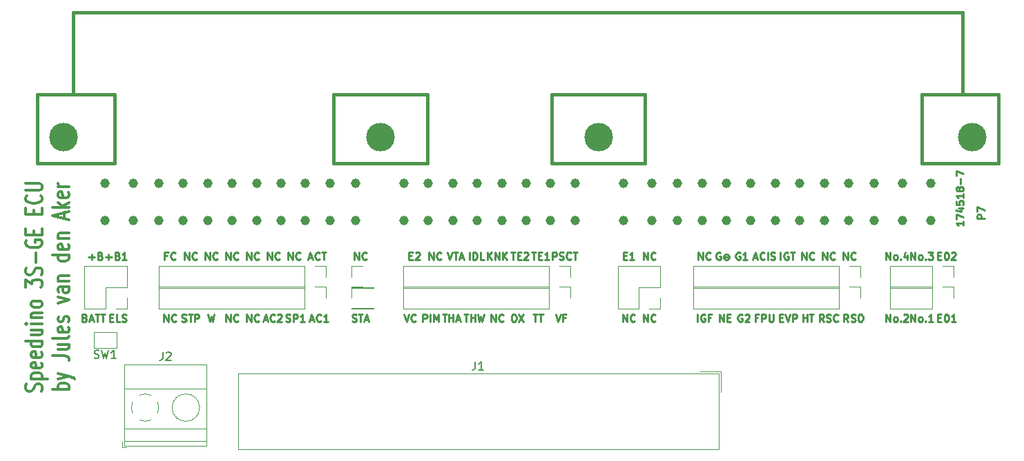
<source format=gto>
G04 #@! TF.GenerationSoftware,KiCad,Pcbnew,(6.0.9)*
G04 #@! TF.CreationDate,2023-01-09T10:20:38+01:00*
G04 #@! TF.ProjectId,Speeduino 1990 Rev2 3SGE ECU adapter 174518-7,53706565-6475-4696-9e6f-203139393020,1*
G04 #@! TF.SameCoordinates,Original*
G04 #@! TF.FileFunction,Legend,Top*
G04 #@! TF.FilePolarity,Positive*
%FSLAX46Y46*%
G04 Gerber Fmt 4.6, Leading zero omitted, Abs format (unit mm)*
G04 Created by KiCad (PCBNEW (6.0.9)) date 2023-01-09 10:20:38*
%MOMM*%
%LPD*%
G01*
G04 APERTURE LIST*
%ADD10C,0.223520*%
%ADD11C,0.304800*%
%ADD12C,0.222250*%
%ADD13C,0.150000*%
%ADD14C,0.120000*%
%ADD15C,0.381000*%
%ADD16C,3.500120*%
%ADD17C,1.150620*%
G04 APERTURE END LIST*
D10*
X91964285Y-70214285D02*
X92092857Y-70257142D01*
X92307142Y-70257142D01*
X92392857Y-70214285D01*
X92435714Y-70171428D01*
X92478571Y-70085714D01*
X92478571Y-70000000D01*
X92435714Y-69914285D01*
X92392857Y-69871428D01*
X92307142Y-69828571D01*
X92135714Y-69785714D01*
X92050000Y-69742857D01*
X92007142Y-69700000D01*
X91964285Y-69614285D01*
X91964285Y-69528571D01*
X92007142Y-69442857D01*
X92050000Y-69400000D01*
X92135714Y-69357142D01*
X92350000Y-69357142D01*
X92478571Y-69400000D01*
X92864285Y-70257142D02*
X92864285Y-69357142D01*
X93207142Y-69357142D01*
X93292857Y-69400000D01*
X93335714Y-69442857D01*
X93378571Y-69528571D01*
X93378571Y-69657142D01*
X93335714Y-69742857D01*
X93292857Y-69785714D01*
X93207142Y-69828571D01*
X92864285Y-69828571D01*
X94235714Y-70257142D02*
X93721428Y-70257142D01*
X93978571Y-70257142D02*
X93978571Y-69357142D01*
X93892857Y-69485714D01*
X93807142Y-69571428D01*
X93721428Y-69614285D01*
X106438000Y-69357142D02*
X106738000Y-70257142D01*
X107038000Y-69357142D01*
X107852285Y-70171428D02*
X107809428Y-70214285D01*
X107680857Y-70257142D01*
X107595142Y-70257142D01*
X107466571Y-70214285D01*
X107380857Y-70128571D01*
X107338000Y-70042857D01*
X107295142Y-69871428D01*
X107295142Y-69742857D01*
X107338000Y-69571428D01*
X107380857Y-69485714D01*
X107466571Y-69400000D01*
X107595142Y-69357142D01*
X107680857Y-69357142D01*
X107809428Y-69400000D01*
X107852285Y-69442857D01*
X119835714Y-69357142D02*
X120007142Y-69357142D01*
X120092857Y-69400000D01*
X120178571Y-69485714D01*
X120221428Y-69657142D01*
X120221428Y-69957142D01*
X120178571Y-70128571D01*
X120092857Y-70214285D01*
X120007142Y-70257142D01*
X119835714Y-70257142D01*
X119750000Y-70214285D01*
X119664285Y-70128571D01*
X119621428Y-69957142D01*
X119621428Y-69657142D01*
X119664285Y-69485714D01*
X119750000Y-69400000D01*
X119835714Y-69357142D01*
X120521428Y-69357142D02*
X121121428Y-70257142D01*
X121121428Y-69357142D02*
X120521428Y-70257142D01*
X113819142Y-69357142D02*
X114333428Y-69357142D01*
X114076285Y-70257142D02*
X114076285Y-69357142D01*
X114633428Y-70257142D02*
X114633428Y-69357142D01*
X114633428Y-69785714D02*
X115147714Y-69785714D01*
X115147714Y-70257142D02*
X115147714Y-69357142D01*
X115490571Y-69357142D02*
X115704857Y-70257142D01*
X115876285Y-69614285D01*
X116047714Y-70257142D01*
X116262000Y-69357142D01*
X122300000Y-69357142D02*
X122814285Y-69357142D01*
X122557142Y-70257142D02*
X122557142Y-69357142D01*
X122985714Y-69357142D02*
X123500000Y-69357142D01*
X123242857Y-70257142D02*
X123242857Y-69357142D01*
X108763714Y-70257142D02*
X108763714Y-69357142D01*
X109106571Y-69357142D01*
X109192285Y-69400000D01*
X109235142Y-69442857D01*
X109278000Y-69528571D01*
X109278000Y-69657142D01*
X109235142Y-69742857D01*
X109192285Y-69785714D01*
X109106571Y-69828571D01*
X108763714Y-69828571D01*
X109663714Y-70257142D02*
X109663714Y-69357142D01*
X110092285Y-70257142D02*
X110092285Y-69357142D01*
X110392285Y-70000000D01*
X110692285Y-69357142D01*
X110692285Y-70257142D01*
X125044285Y-69357142D02*
X125344285Y-70257142D01*
X125644285Y-69357142D01*
X126244285Y-69785714D02*
X125944285Y-69785714D01*
X125944285Y-70257142D02*
X125944285Y-69357142D01*
X126372857Y-69357142D01*
X117148857Y-70257142D02*
X117148857Y-69357142D01*
X117663142Y-70257142D01*
X117663142Y-69357142D01*
X118606000Y-70171428D02*
X118563142Y-70214285D01*
X118434571Y-70257142D01*
X118348857Y-70257142D01*
X118220285Y-70214285D01*
X118134571Y-70128571D01*
X118091714Y-70042857D01*
X118048857Y-69871428D01*
X118048857Y-69742857D01*
X118091714Y-69571428D01*
X118134571Y-69485714D01*
X118220285Y-69400000D01*
X118348857Y-69357142D01*
X118434571Y-69357142D01*
X118563142Y-69400000D01*
X118606000Y-69442857D01*
X111153714Y-69357142D02*
X111668000Y-69357142D01*
X111410857Y-70257142D02*
X111410857Y-69357142D01*
X111968000Y-70257142D02*
X111968000Y-69357142D01*
X111968000Y-69785714D02*
X112482285Y-69785714D01*
X112482285Y-70257142D02*
X112482285Y-69357142D01*
X112868000Y-70000000D02*
X113296571Y-70000000D01*
X112782285Y-70257142D02*
X113082285Y-69357142D01*
X113382285Y-70257142D01*
X135817857Y-70257142D02*
X135817857Y-69357142D01*
X136332142Y-70257142D01*
X136332142Y-69357142D01*
X137275000Y-70171428D02*
X137232142Y-70214285D01*
X137103571Y-70257142D01*
X137017857Y-70257142D01*
X136889285Y-70214285D01*
X136803571Y-70128571D01*
X136760714Y-70042857D01*
X136717857Y-69871428D01*
X136717857Y-69742857D01*
X136760714Y-69571428D01*
X136803571Y-69485714D01*
X136889285Y-69400000D01*
X137017857Y-69357142D01*
X137103571Y-69357142D01*
X137232142Y-69400000D01*
X137275000Y-69442857D01*
X133277857Y-70257142D02*
X133277857Y-69357142D01*
X133792142Y-70257142D01*
X133792142Y-69357142D01*
X134735000Y-70171428D02*
X134692142Y-70214285D01*
X134563571Y-70257142D01*
X134477857Y-70257142D01*
X134349285Y-70214285D01*
X134263571Y-70128571D01*
X134220714Y-70042857D01*
X134177857Y-69871428D01*
X134177857Y-69742857D01*
X134220714Y-69571428D01*
X134263571Y-69485714D01*
X134349285Y-69400000D01*
X134477857Y-69357142D01*
X134563571Y-69357142D01*
X134692142Y-69400000D01*
X134735000Y-69442857D01*
X142420285Y-70257142D02*
X142420285Y-69357142D01*
X143320285Y-69400000D02*
X143234571Y-69357142D01*
X143106000Y-69357142D01*
X142977428Y-69400000D01*
X142891714Y-69485714D01*
X142848857Y-69571428D01*
X142806000Y-69742857D01*
X142806000Y-69871428D01*
X142848857Y-70042857D01*
X142891714Y-70128571D01*
X142977428Y-70214285D01*
X143106000Y-70257142D01*
X143191714Y-70257142D01*
X143320285Y-70214285D01*
X143363142Y-70171428D01*
X143363142Y-69871428D01*
X143191714Y-69871428D01*
X144048857Y-69785714D02*
X143748857Y-69785714D01*
X143748857Y-70257142D02*
X143748857Y-69357142D01*
X144177428Y-69357142D01*
X142548857Y-62637142D02*
X142548857Y-61737142D01*
X143063142Y-62637142D01*
X143063142Y-61737142D01*
X144006000Y-62551428D02*
X143963142Y-62594285D01*
X143834571Y-62637142D01*
X143748857Y-62637142D01*
X143620285Y-62594285D01*
X143534571Y-62508571D01*
X143491714Y-62422857D01*
X143448857Y-62251428D01*
X143448857Y-62122857D01*
X143491714Y-61951428D01*
X143534571Y-61865714D01*
X143620285Y-61780000D01*
X143748857Y-61737142D01*
X143834571Y-61737142D01*
X143963142Y-61780000D01*
X144006000Y-61822857D01*
X155248857Y-62637142D02*
X155248857Y-61737142D01*
X155763142Y-62637142D01*
X155763142Y-61737142D01*
X156706000Y-62551428D02*
X156663142Y-62594285D01*
X156534571Y-62637142D01*
X156448857Y-62637142D01*
X156320285Y-62594285D01*
X156234571Y-62508571D01*
X156191714Y-62422857D01*
X156148857Y-62251428D01*
X156148857Y-62122857D01*
X156191714Y-61951428D01*
X156234571Y-61865714D01*
X156320285Y-61780000D01*
X156448857Y-61737142D01*
X156534571Y-61737142D01*
X156663142Y-61780000D01*
X156706000Y-61822857D01*
X147635142Y-61780000D02*
X147549428Y-61737142D01*
X147420857Y-61737142D01*
X147292285Y-61780000D01*
X147206571Y-61865714D01*
X147163714Y-61951428D01*
X147120857Y-62122857D01*
X147120857Y-62251428D01*
X147163714Y-62422857D01*
X147206571Y-62508571D01*
X147292285Y-62594285D01*
X147420857Y-62637142D01*
X147506571Y-62637142D01*
X147635142Y-62594285D01*
X147678000Y-62551428D01*
X147678000Y-62251428D01*
X147506571Y-62251428D01*
X148535142Y-62637142D02*
X148020857Y-62637142D01*
X148278000Y-62637142D02*
X148278000Y-61737142D01*
X148192285Y-61865714D01*
X148106571Y-61951428D01*
X148020857Y-61994285D01*
X160922571Y-70257142D02*
X160622571Y-69828571D01*
X160408285Y-70257142D02*
X160408285Y-69357142D01*
X160751142Y-69357142D01*
X160836857Y-69400000D01*
X160879714Y-69442857D01*
X160922571Y-69528571D01*
X160922571Y-69657142D01*
X160879714Y-69742857D01*
X160836857Y-69785714D01*
X160751142Y-69828571D01*
X160408285Y-69828571D01*
X161265428Y-70214285D02*
X161394000Y-70257142D01*
X161608285Y-70257142D01*
X161694000Y-70214285D01*
X161736857Y-70171428D01*
X161779714Y-70085714D01*
X161779714Y-70000000D01*
X161736857Y-69914285D01*
X161694000Y-69871428D01*
X161608285Y-69828571D01*
X161436857Y-69785714D01*
X161351142Y-69742857D01*
X161308285Y-69700000D01*
X161265428Y-69614285D01*
X161265428Y-69528571D01*
X161308285Y-69442857D01*
X161351142Y-69400000D01*
X161436857Y-69357142D01*
X161651142Y-69357142D01*
X161779714Y-69400000D01*
X162336857Y-69357142D02*
X162508285Y-69357142D01*
X162594000Y-69400000D01*
X162679714Y-69485714D01*
X162722571Y-69657142D01*
X162722571Y-69957142D01*
X162679714Y-70128571D01*
X162594000Y-70214285D01*
X162508285Y-70257142D01*
X162336857Y-70257142D01*
X162251142Y-70214285D01*
X162165428Y-70128571D01*
X162122571Y-69957142D01*
X162122571Y-69657142D01*
X162165428Y-69485714D01*
X162251142Y-69400000D01*
X162336857Y-69357142D01*
X145220571Y-61780000D02*
X145134857Y-61737142D01*
X145006285Y-61737142D01*
X144877714Y-61780000D01*
X144792000Y-61865714D01*
X144749142Y-61951428D01*
X144706285Y-62122857D01*
X144706285Y-62251428D01*
X144749142Y-62422857D01*
X144792000Y-62508571D01*
X144877714Y-62594285D01*
X145006285Y-62637142D01*
X145092000Y-62637142D01*
X145220571Y-62594285D01*
X145263428Y-62551428D01*
X145263428Y-62251428D01*
X145092000Y-62251428D01*
X145906285Y-61951428D02*
X146077714Y-61951428D01*
X146249142Y-62037142D01*
X146334857Y-62208571D01*
X146334857Y-62380000D01*
X146249142Y-62551428D01*
X146077714Y-62637142D01*
X145906285Y-62637142D01*
X145734857Y-62551428D01*
X145649142Y-62380000D01*
X145649142Y-62208571D01*
X145734857Y-62037142D01*
X145906285Y-61951428D01*
X145820571Y-62294285D02*
X146163428Y-62294285D01*
X157788857Y-62637142D02*
X157788857Y-61737142D01*
X158303142Y-62637142D01*
X158303142Y-61737142D01*
X159246000Y-62551428D02*
X159203142Y-62594285D01*
X159074571Y-62637142D01*
X158988857Y-62637142D01*
X158860285Y-62594285D01*
X158774571Y-62508571D01*
X158731714Y-62422857D01*
X158688857Y-62251428D01*
X158688857Y-62122857D01*
X158731714Y-61951428D01*
X158774571Y-61865714D01*
X158860285Y-61780000D01*
X158988857Y-61737142D01*
X159074571Y-61737142D01*
X159203142Y-61780000D01*
X159246000Y-61822857D01*
X152521428Y-69785714D02*
X152821428Y-69785714D01*
X152950000Y-70257142D02*
X152521428Y-70257142D01*
X152521428Y-69357142D01*
X152950000Y-69357142D01*
X153207142Y-69357142D02*
X153507142Y-70257142D01*
X153807142Y-69357142D01*
X154107142Y-70257142D02*
X154107142Y-69357142D01*
X154450000Y-69357142D01*
X154535714Y-69400000D01*
X154578571Y-69442857D01*
X154621428Y-69528571D01*
X154621428Y-69657142D01*
X154578571Y-69742857D01*
X154535714Y-69785714D01*
X154450000Y-69828571D01*
X154107142Y-69828571D01*
X152623142Y-62637142D02*
X152623142Y-61737142D01*
X153523142Y-61780000D02*
X153437428Y-61737142D01*
X153308857Y-61737142D01*
X153180285Y-61780000D01*
X153094571Y-61865714D01*
X153051714Y-61951428D01*
X153008857Y-62122857D01*
X153008857Y-62251428D01*
X153051714Y-62422857D01*
X153094571Y-62508571D01*
X153180285Y-62594285D01*
X153308857Y-62637142D01*
X153394571Y-62637142D01*
X153523142Y-62594285D01*
X153566000Y-62551428D01*
X153566000Y-62251428D01*
X153394571Y-62251428D01*
X153823142Y-61737142D02*
X154337428Y-61737142D01*
X154080285Y-62637142D02*
X154080285Y-61737142D01*
X149314857Y-62380000D02*
X149743428Y-62380000D01*
X149229142Y-62637142D02*
X149529142Y-61737142D01*
X149829142Y-62637142D01*
X150643428Y-62551428D02*
X150600571Y-62594285D01*
X150472000Y-62637142D01*
X150386285Y-62637142D01*
X150257714Y-62594285D01*
X150172000Y-62508571D01*
X150129142Y-62422857D01*
X150086285Y-62251428D01*
X150086285Y-62122857D01*
X150129142Y-61951428D01*
X150172000Y-61865714D01*
X150257714Y-61780000D01*
X150386285Y-61737142D01*
X150472000Y-61737142D01*
X150600571Y-61780000D01*
X150643428Y-61822857D01*
X151029142Y-62637142D02*
X151029142Y-61737142D01*
X151414857Y-62594285D02*
X151543428Y-62637142D01*
X151757714Y-62637142D01*
X151843428Y-62594285D01*
X151886285Y-62551428D01*
X151929142Y-62465714D01*
X151929142Y-62380000D01*
X151886285Y-62294285D01*
X151843428Y-62251428D01*
X151757714Y-62208571D01*
X151586285Y-62165714D01*
X151500571Y-62122857D01*
X151457714Y-62080000D01*
X151414857Y-61994285D01*
X151414857Y-61908571D01*
X151457714Y-61822857D01*
X151500571Y-61780000D01*
X151586285Y-61737142D01*
X151800571Y-61737142D01*
X151929142Y-61780000D01*
X160328857Y-62637142D02*
X160328857Y-61737142D01*
X160843142Y-62637142D01*
X160843142Y-61737142D01*
X161786000Y-62551428D02*
X161743142Y-62594285D01*
X161614571Y-62637142D01*
X161528857Y-62637142D01*
X161400285Y-62594285D01*
X161314571Y-62508571D01*
X161271714Y-62422857D01*
X161228857Y-62251428D01*
X161228857Y-62122857D01*
X161271714Y-61951428D01*
X161314571Y-61865714D01*
X161400285Y-61780000D01*
X161528857Y-61737142D01*
X161614571Y-61737142D01*
X161743142Y-61780000D01*
X161786000Y-61822857D01*
X155356000Y-70257142D02*
X155356000Y-69357142D01*
X155356000Y-69785714D02*
X155870285Y-69785714D01*
X155870285Y-70257142D02*
X155870285Y-69357142D01*
X156170285Y-69357142D02*
X156684571Y-69357142D01*
X156427428Y-70257142D02*
X156427428Y-69357142D01*
X149829142Y-69785714D02*
X149529142Y-69785714D01*
X149529142Y-70257142D02*
X149529142Y-69357142D01*
X149957714Y-69357142D01*
X150300571Y-70257142D02*
X150300571Y-69357142D01*
X150643428Y-69357142D01*
X150729142Y-69400000D01*
X150772000Y-69442857D01*
X150814857Y-69528571D01*
X150814857Y-69657142D01*
X150772000Y-69742857D01*
X150729142Y-69785714D01*
X150643428Y-69828571D01*
X150300571Y-69828571D01*
X151200571Y-69357142D02*
X151200571Y-70085714D01*
X151243428Y-70171428D01*
X151286285Y-70214285D01*
X151372000Y-70257142D01*
X151543428Y-70257142D01*
X151629142Y-70214285D01*
X151672000Y-70171428D01*
X151714857Y-70085714D01*
X151714857Y-69357142D01*
X147889142Y-69400000D02*
X147803428Y-69357142D01*
X147674857Y-69357142D01*
X147546285Y-69400000D01*
X147460571Y-69485714D01*
X147417714Y-69571428D01*
X147374857Y-69742857D01*
X147374857Y-69871428D01*
X147417714Y-70042857D01*
X147460571Y-70128571D01*
X147546285Y-70214285D01*
X147674857Y-70257142D01*
X147760571Y-70257142D01*
X147889142Y-70214285D01*
X147932000Y-70171428D01*
X147932000Y-69871428D01*
X147760571Y-69871428D01*
X148274857Y-69442857D02*
X148317714Y-69400000D01*
X148403428Y-69357142D01*
X148617714Y-69357142D01*
X148703428Y-69400000D01*
X148746285Y-69442857D01*
X148789142Y-69528571D01*
X148789142Y-69614285D01*
X148746285Y-69742857D01*
X148232000Y-70257142D01*
X148789142Y-70257142D01*
X157896000Y-70257142D02*
X157596000Y-69828571D01*
X157381714Y-70257142D02*
X157381714Y-69357142D01*
X157724571Y-69357142D01*
X157810285Y-69400000D01*
X157853142Y-69442857D01*
X157896000Y-69528571D01*
X157896000Y-69657142D01*
X157853142Y-69742857D01*
X157810285Y-69785714D01*
X157724571Y-69828571D01*
X157381714Y-69828571D01*
X158238857Y-70214285D02*
X158367428Y-70257142D01*
X158581714Y-70257142D01*
X158667428Y-70214285D01*
X158710285Y-70171428D01*
X158753142Y-70085714D01*
X158753142Y-70000000D01*
X158710285Y-69914285D01*
X158667428Y-69871428D01*
X158581714Y-69828571D01*
X158410285Y-69785714D01*
X158324571Y-69742857D01*
X158281714Y-69700000D01*
X158238857Y-69614285D01*
X158238857Y-69528571D01*
X158281714Y-69442857D01*
X158324571Y-69400000D01*
X158410285Y-69357142D01*
X158624571Y-69357142D01*
X158753142Y-69400000D01*
X159653142Y-70171428D02*
X159610285Y-70214285D01*
X159481714Y-70257142D01*
X159396000Y-70257142D01*
X159267428Y-70214285D01*
X159181714Y-70128571D01*
X159138857Y-70042857D01*
X159096000Y-69871428D01*
X159096000Y-69742857D01*
X159138857Y-69571428D01*
X159181714Y-69485714D01*
X159267428Y-69400000D01*
X159396000Y-69357142D01*
X159481714Y-69357142D01*
X159610285Y-69400000D01*
X159653142Y-69442857D01*
X145131714Y-70257142D02*
X145131714Y-69357142D01*
X145646000Y-70257142D01*
X145646000Y-69357142D01*
X146074571Y-69785714D02*
X146374571Y-69785714D01*
X146503142Y-70257142D02*
X146074571Y-70257142D01*
X146074571Y-69357142D01*
X146503142Y-69357142D01*
X165570857Y-70257142D02*
X165570857Y-69357142D01*
X166085142Y-70257142D01*
X166085142Y-69357142D01*
X166642285Y-70257142D02*
X166556571Y-70214285D01*
X166513714Y-70171428D01*
X166470857Y-70085714D01*
X166470857Y-69828571D01*
X166513714Y-69742857D01*
X166556571Y-69700000D01*
X166642285Y-69657142D01*
X166770857Y-69657142D01*
X166856571Y-69700000D01*
X166899428Y-69742857D01*
X166942285Y-69828571D01*
X166942285Y-70085714D01*
X166899428Y-70171428D01*
X166856571Y-70214285D01*
X166770857Y-70257142D01*
X166642285Y-70257142D01*
X167328000Y-70171428D02*
X167370857Y-70214285D01*
X167328000Y-70257142D01*
X167285142Y-70214285D01*
X167328000Y-70171428D01*
X167328000Y-70257142D01*
X167713714Y-69442857D02*
X167756571Y-69400000D01*
X167842285Y-69357142D01*
X168056571Y-69357142D01*
X168142285Y-69400000D01*
X168185142Y-69442857D01*
X168228000Y-69528571D01*
X168228000Y-69614285D01*
X168185142Y-69742857D01*
X167670857Y-70257142D01*
X168228000Y-70257142D01*
X168618857Y-70257142D02*
X168618857Y-69357142D01*
X169133142Y-70257142D01*
X169133142Y-69357142D01*
X169690285Y-70257142D02*
X169604571Y-70214285D01*
X169561714Y-70171428D01*
X169518857Y-70085714D01*
X169518857Y-69828571D01*
X169561714Y-69742857D01*
X169604571Y-69700000D01*
X169690285Y-69657142D01*
X169818857Y-69657142D01*
X169904571Y-69700000D01*
X169947428Y-69742857D01*
X169990285Y-69828571D01*
X169990285Y-70085714D01*
X169947428Y-70171428D01*
X169904571Y-70214285D01*
X169818857Y-70257142D01*
X169690285Y-70257142D01*
X170376000Y-70171428D02*
X170418857Y-70214285D01*
X170376000Y-70257142D01*
X170333142Y-70214285D01*
X170376000Y-70171428D01*
X170376000Y-70257142D01*
X171276000Y-70257142D02*
X170761714Y-70257142D01*
X171018857Y-70257142D02*
X171018857Y-69357142D01*
X170933142Y-69485714D01*
X170847428Y-69571428D01*
X170761714Y-69614285D01*
X171924000Y-62165714D02*
X172224000Y-62165714D01*
X172352571Y-62637142D02*
X171924000Y-62637142D01*
X171924000Y-61737142D01*
X172352571Y-61737142D01*
X172909714Y-61737142D02*
X172995428Y-61737142D01*
X173081142Y-61780000D01*
X173124000Y-61822857D01*
X173166857Y-61908571D01*
X173209714Y-62080000D01*
X173209714Y-62294285D01*
X173166857Y-62465714D01*
X173124000Y-62551428D01*
X173081142Y-62594285D01*
X172995428Y-62637142D01*
X172909714Y-62637142D01*
X172824000Y-62594285D01*
X172781142Y-62551428D01*
X172738285Y-62465714D01*
X172695428Y-62294285D01*
X172695428Y-62080000D01*
X172738285Y-61908571D01*
X172781142Y-61822857D01*
X172824000Y-61780000D01*
X172909714Y-61737142D01*
X173552571Y-61822857D02*
X173595428Y-61780000D01*
X173681142Y-61737142D01*
X173895428Y-61737142D01*
X173981142Y-61780000D01*
X174024000Y-61822857D01*
X174066857Y-61908571D01*
X174066857Y-61994285D01*
X174024000Y-62122857D01*
X173509714Y-62637142D01*
X174066857Y-62637142D01*
X171924000Y-69785714D02*
X172224000Y-69785714D01*
X172352571Y-70257142D02*
X171924000Y-70257142D01*
X171924000Y-69357142D01*
X172352571Y-69357142D01*
X172909714Y-69357142D02*
X172995428Y-69357142D01*
X173081142Y-69400000D01*
X173124000Y-69442857D01*
X173166857Y-69528571D01*
X173209714Y-69700000D01*
X173209714Y-69914285D01*
X173166857Y-70085714D01*
X173124000Y-70171428D01*
X173081142Y-70214285D01*
X172995428Y-70257142D01*
X172909714Y-70257142D01*
X172824000Y-70214285D01*
X172781142Y-70171428D01*
X172738285Y-70085714D01*
X172695428Y-69914285D01*
X172695428Y-69700000D01*
X172738285Y-69528571D01*
X172781142Y-69442857D01*
X172824000Y-69400000D01*
X172909714Y-69357142D01*
X174066857Y-70257142D02*
X173552571Y-70257142D01*
X173809714Y-70257142D02*
X173809714Y-69357142D01*
X173724000Y-69485714D01*
X173638285Y-69571428D01*
X173552571Y-69614285D01*
X168618857Y-62637142D02*
X168618857Y-61737142D01*
X169133142Y-62637142D01*
X169133142Y-61737142D01*
X169690285Y-62637142D02*
X169604571Y-62594285D01*
X169561714Y-62551428D01*
X169518857Y-62465714D01*
X169518857Y-62208571D01*
X169561714Y-62122857D01*
X169604571Y-62080000D01*
X169690285Y-62037142D01*
X169818857Y-62037142D01*
X169904571Y-62080000D01*
X169947428Y-62122857D01*
X169990285Y-62208571D01*
X169990285Y-62465714D01*
X169947428Y-62551428D01*
X169904571Y-62594285D01*
X169818857Y-62637142D01*
X169690285Y-62637142D01*
X170376000Y-62551428D02*
X170418857Y-62594285D01*
X170376000Y-62637142D01*
X170333142Y-62594285D01*
X170376000Y-62551428D01*
X170376000Y-62637142D01*
X170718857Y-61737142D02*
X171276000Y-61737142D01*
X170976000Y-62080000D01*
X171104571Y-62080000D01*
X171190285Y-62122857D01*
X171233142Y-62165714D01*
X171276000Y-62251428D01*
X171276000Y-62465714D01*
X171233142Y-62551428D01*
X171190285Y-62594285D01*
X171104571Y-62637142D01*
X170847428Y-62637142D01*
X170761714Y-62594285D01*
X170718857Y-62551428D01*
X165570857Y-62637142D02*
X165570857Y-61737142D01*
X166085142Y-62637142D01*
X166085142Y-61737142D01*
X166642285Y-62637142D02*
X166556571Y-62594285D01*
X166513714Y-62551428D01*
X166470857Y-62465714D01*
X166470857Y-62208571D01*
X166513714Y-62122857D01*
X166556571Y-62080000D01*
X166642285Y-62037142D01*
X166770857Y-62037142D01*
X166856571Y-62080000D01*
X166899428Y-62122857D01*
X166942285Y-62208571D01*
X166942285Y-62465714D01*
X166899428Y-62551428D01*
X166856571Y-62594285D01*
X166770857Y-62637142D01*
X166642285Y-62637142D01*
X167328000Y-62551428D02*
X167370857Y-62594285D01*
X167328000Y-62637142D01*
X167285142Y-62594285D01*
X167328000Y-62551428D01*
X167328000Y-62637142D01*
X168142285Y-62037142D02*
X168142285Y-62637142D01*
X167928000Y-61694285D02*
X167713714Y-62337142D01*
X168270857Y-62337142D01*
X79214000Y-70214285D02*
X79342571Y-70257142D01*
X79556857Y-70257142D01*
X79642571Y-70214285D01*
X79685428Y-70171428D01*
X79728285Y-70085714D01*
X79728285Y-70000000D01*
X79685428Y-69914285D01*
X79642571Y-69871428D01*
X79556857Y-69828571D01*
X79385428Y-69785714D01*
X79299714Y-69742857D01*
X79256857Y-69700000D01*
X79214000Y-69614285D01*
X79214000Y-69528571D01*
X79256857Y-69442857D01*
X79299714Y-69400000D01*
X79385428Y-69357142D01*
X79599714Y-69357142D01*
X79728285Y-69400000D01*
X79985428Y-69357142D02*
X80499714Y-69357142D01*
X80242571Y-70257142D02*
X80242571Y-69357142D01*
X80799714Y-70257142D02*
X80799714Y-69357142D01*
X81142571Y-69357142D01*
X81228285Y-69400000D01*
X81271142Y-69442857D01*
X81314000Y-69528571D01*
X81314000Y-69657142D01*
X81271142Y-69742857D01*
X81228285Y-69785714D01*
X81142571Y-69828571D01*
X80799714Y-69828571D01*
X82096857Y-62637142D02*
X82096857Y-61737142D01*
X82611142Y-62637142D01*
X82611142Y-61737142D01*
X83554000Y-62551428D02*
X83511142Y-62594285D01*
X83382571Y-62637142D01*
X83296857Y-62637142D01*
X83168285Y-62594285D01*
X83082571Y-62508571D01*
X83039714Y-62422857D01*
X82996857Y-62251428D01*
X82996857Y-62122857D01*
X83039714Y-61951428D01*
X83082571Y-61865714D01*
X83168285Y-61780000D01*
X83296857Y-61737142D01*
X83382571Y-61737142D01*
X83511142Y-61780000D01*
X83554000Y-61822857D01*
X77016857Y-70257142D02*
X77016857Y-69357142D01*
X77531142Y-70257142D01*
X77531142Y-69357142D01*
X78474000Y-70171428D02*
X78431142Y-70214285D01*
X78302571Y-70257142D01*
X78216857Y-70257142D01*
X78088285Y-70214285D01*
X78002571Y-70128571D01*
X77959714Y-70042857D01*
X77916857Y-69871428D01*
X77916857Y-69742857D01*
X77959714Y-69571428D01*
X78002571Y-69485714D01*
X78088285Y-69400000D01*
X78216857Y-69357142D01*
X78302571Y-69357142D01*
X78431142Y-69400000D01*
X78474000Y-69442857D01*
X67787142Y-62294285D02*
X68472857Y-62294285D01*
X68130000Y-62637142D02*
X68130000Y-61951428D01*
X69201428Y-62165714D02*
X69330000Y-62208571D01*
X69372857Y-62251428D01*
X69415714Y-62337142D01*
X69415714Y-62465714D01*
X69372857Y-62551428D01*
X69330000Y-62594285D01*
X69244285Y-62637142D01*
X68901428Y-62637142D01*
X68901428Y-61737142D01*
X69201428Y-61737142D01*
X69287142Y-61780000D01*
X69330000Y-61822857D01*
X69372857Y-61908571D01*
X69372857Y-61994285D01*
X69330000Y-62080000D01*
X69287142Y-62122857D01*
X69201428Y-62165714D01*
X68901428Y-62165714D01*
X82418285Y-69357142D02*
X82632571Y-70257142D01*
X82804000Y-69614285D01*
X82975428Y-70257142D01*
X83189714Y-69357142D01*
X135817857Y-62637142D02*
X135817857Y-61737142D01*
X136332142Y-62637142D01*
X136332142Y-61737142D01*
X137275000Y-62551428D02*
X137232142Y-62594285D01*
X137103571Y-62637142D01*
X137017857Y-62637142D01*
X136889285Y-62594285D01*
X136803571Y-62508571D01*
X136760714Y-62422857D01*
X136717857Y-62251428D01*
X136717857Y-62122857D01*
X136760714Y-61951428D01*
X136803571Y-61865714D01*
X136889285Y-61780000D01*
X137017857Y-61737142D01*
X137103571Y-61737142D01*
X137232142Y-61780000D01*
X137275000Y-61822857D01*
X109528857Y-62637142D02*
X109528857Y-61737142D01*
X110043142Y-62637142D01*
X110043142Y-61737142D01*
X110986000Y-62551428D02*
X110943142Y-62594285D01*
X110814571Y-62637142D01*
X110728857Y-62637142D01*
X110600285Y-62594285D01*
X110514571Y-62508571D01*
X110471714Y-62422857D01*
X110428857Y-62251428D01*
X110428857Y-62122857D01*
X110471714Y-61951428D01*
X110514571Y-61865714D01*
X110600285Y-61780000D01*
X110728857Y-61737142D01*
X110814571Y-61737142D01*
X110943142Y-61780000D01*
X110986000Y-61822857D01*
X111747428Y-61737142D02*
X112047428Y-62637142D01*
X112347428Y-61737142D01*
X112518857Y-61737142D02*
X113033142Y-61737142D01*
X112776000Y-62637142D02*
X112776000Y-61737142D01*
X113290285Y-62380000D02*
X113718857Y-62380000D01*
X113204571Y-62637142D02*
X113504571Y-61737142D01*
X113804571Y-62637142D01*
X124642857Y-62607142D02*
X124642857Y-61707142D01*
X124985714Y-61707142D01*
X125071428Y-61750000D01*
X125114285Y-61792857D01*
X125157142Y-61878571D01*
X125157142Y-62007142D01*
X125114285Y-62092857D01*
X125071428Y-62135714D01*
X124985714Y-62178571D01*
X124642857Y-62178571D01*
X125500000Y-62564285D02*
X125628571Y-62607142D01*
X125842857Y-62607142D01*
X125928571Y-62564285D01*
X125971428Y-62521428D01*
X126014285Y-62435714D01*
X126014285Y-62350000D01*
X125971428Y-62264285D01*
X125928571Y-62221428D01*
X125842857Y-62178571D01*
X125671428Y-62135714D01*
X125585714Y-62092857D01*
X125542857Y-62050000D01*
X125500000Y-61964285D01*
X125500000Y-61878571D01*
X125542857Y-61792857D01*
X125585714Y-61750000D01*
X125671428Y-61707142D01*
X125885714Y-61707142D01*
X126014285Y-61750000D01*
X126914285Y-62521428D02*
X126871428Y-62564285D01*
X126742857Y-62607142D01*
X126657142Y-62607142D01*
X126528571Y-62564285D01*
X126442857Y-62478571D01*
X126400000Y-62392857D01*
X126357142Y-62221428D01*
X126357142Y-62092857D01*
X126400000Y-61921428D01*
X126442857Y-61835714D01*
X126528571Y-61750000D01*
X126657142Y-61707142D01*
X126742857Y-61707142D01*
X126871428Y-61750000D01*
X126914285Y-61792857D01*
X127171428Y-61707142D02*
X127685714Y-61707142D01*
X127428571Y-62607142D02*
X127428571Y-61707142D01*
X116698857Y-62637142D02*
X116698857Y-61737142D01*
X117213142Y-62637142D02*
X116827428Y-62122857D01*
X117213142Y-61737142D02*
X116698857Y-62251428D01*
X117598857Y-62637142D02*
X117598857Y-61737142D01*
X118113142Y-62637142D01*
X118113142Y-61737142D01*
X118541714Y-62637142D02*
X118541714Y-61737142D01*
X119056000Y-62637142D02*
X118670285Y-62122857D01*
X119056000Y-61737142D02*
X118541714Y-62251428D01*
X107074571Y-62165714D02*
X107374571Y-62165714D01*
X107503142Y-62637142D02*
X107074571Y-62637142D01*
X107074571Y-61737142D01*
X107503142Y-61737142D01*
X107846000Y-61822857D02*
X107888857Y-61780000D01*
X107974571Y-61737142D01*
X108188857Y-61737142D01*
X108274571Y-61780000D01*
X108317428Y-61822857D01*
X108360285Y-61908571D01*
X108360285Y-61994285D01*
X108317428Y-62122857D01*
X107803142Y-62637142D01*
X108360285Y-62637142D01*
X89257142Y-70000000D02*
X89685714Y-70000000D01*
X89171428Y-70257142D02*
X89471428Y-69357142D01*
X89771428Y-70257142D01*
X90585714Y-70171428D02*
X90542857Y-70214285D01*
X90414285Y-70257142D01*
X90328571Y-70257142D01*
X90200000Y-70214285D01*
X90114285Y-70128571D01*
X90071428Y-70042857D01*
X90028571Y-69871428D01*
X90028571Y-69742857D01*
X90071428Y-69571428D01*
X90114285Y-69485714D01*
X90200000Y-69400000D01*
X90328571Y-69357142D01*
X90414285Y-69357142D01*
X90542857Y-69400000D01*
X90585714Y-69442857D01*
X90928571Y-69442857D02*
X90971428Y-69400000D01*
X91057142Y-69357142D01*
X91271428Y-69357142D01*
X91357142Y-69400000D01*
X91400000Y-69442857D01*
X91442857Y-69528571D01*
X91442857Y-69614285D01*
X91400000Y-69742857D01*
X90885714Y-70257142D01*
X91442857Y-70257142D01*
X67318857Y-69785714D02*
X67447428Y-69828571D01*
X67490285Y-69871428D01*
X67533142Y-69957142D01*
X67533142Y-70085714D01*
X67490285Y-70171428D01*
X67447428Y-70214285D01*
X67361714Y-70257142D01*
X67018857Y-70257142D01*
X67018857Y-69357142D01*
X67318857Y-69357142D01*
X67404571Y-69400000D01*
X67447428Y-69442857D01*
X67490285Y-69528571D01*
X67490285Y-69614285D01*
X67447428Y-69700000D01*
X67404571Y-69742857D01*
X67318857Y-69785714D01*
X67018857Y-69785714D01*
X67876000Y-70000000D02*
X68304571Y-70000000D01*
X67790285Y-70257142D02*
X68090285Y-69357142D01*
X68390285Y-70257142D01*
X68561714Y-69357142D02*
X69076000Y-69357142D01*
X68818857Y-70257142D02*
X68818857Y-69357142D01*
X69247428Y-69357142D02*
X69761714Y-69357142D01*
X69504571Y-70257142D02*
X69504571Y-69357142D01*
X122097142Y-61737142D02*
X122611428Y-61737142D01*
X122354285Y-62637142D02*
X122354285Y-61737142D01*
X122911428Y-62165714D02*
X123211428Y-62165714D01*
X123340000Y-62637142D02*
X122911428Y-62637142D01*
X122911428Y-61737142D01*
X123340000Y-61737142D01*
X124197142Y-62637142D02*
X123682857Y-62637142D01*
X123940000Y-62637142D02*
X123940000Y-61737142D01*
X123854285Y-61865714D01*
X123768571Y-61951428D01*
X123682857Y-61994285D01*
X133363571Y-62165714D02*
X133663571Y-62165714D01*
X133792142Y-62637142D02*
X133363571Y-62637142D01*
X133363571Y-61737142D01*
X133792142Y-61737142D01*
X134649285Y-62637142D02*
X134135000Y-62637142D01*
X134392142Y-62637142D02*
X134392142Y-61737142D01*
X134306428Y-61865714D01*
X134220714Y-61951428D01*
X134135000Y-61994285D01*
X87176857Y-70257142D02*
X87176857Y-69357142D01*
X87691142Y-70257142D01*
X87691142Y-69357142D01*
X88634000Y-70171428D02*
X88591142Y-70214285D01*
X88462571Y-70257142D01*
X88376857Y-70257142D01*
X88248285Y-70214285D01*
X88162571Y-70128571D01*
X88119714Y-70042857D01*
X88076857Y-69871428D01*
X88076857Y-69742857D01*
X88119714Y-69571428D01*
X88162571Y-69485714D01*
X88248285Y-69400000D01*
X88376857Y-69357142D01*
X88462571Y-69357142D01*
X88591142Y-69400000D01*
X88634000Y-69442857D01*
X69898571Y-62294285D02*
X70584285Y-62294285D01*
X70241428Y-62637142D02*
X70241428Y-61951428D01*
X71312857Y-62165714D02*
X71441428Y-62208571D01*
X71484285Y-62251428D01*
X71527142Y-62337142D01*
X71527142Y-62465714D01*
X71484285Y-62551428D01*
X71441428Y-62594285D01*
X71355714Y-62637142D01*
X71012857Y-62637142D01*
X71012857Y-61737142D01*
X71312857Y-61737142D01*
X71398571Y-61780000D01*
X71441428Y-61822857D01*
X71484285Y-61908571D01*
X71484285Y-61994285D01*
X71441428Y-62080000D01*
X71398571Y-62122857D01*
X71312857Y-62165714D01*
X71012857Y-62165714D01*
X72384285Y-62637142D02*
X71870000Y-62637142D01*
X72127142Y-62637142D02*
X72127142Y-61737142D01*
X72041428Y-61865714D01*
X71955714Y-61951428D01*
X71870000Y-61994285D01*
X70388285Y-69785714D02*
X70688285Y-69785714D01*
X70816857Y-70257142D02*
X70388285Y-70257142D01*
X70388285Y-69357142D01*
X70816857Y-69357142D01*
X71631142Y-70257142D02*
X71202571Y-70257142D01*
X71202571Y-69357142D01*
X71888285Y-70214285D02*
X72016857Y-70257142D01*
X72231142Y-70257142D01*
X72316857Y-70214285D01*
X72359714Y-70171428D01*
X72402571Y-70085714D01*
X72402571Y-70000000D01*
X72359714Y-69914285D01*
X72316857Y-69871428D01*
X72231142Y-69828571D01*
X72059714Y-69785714D01*
X71974000Y-69742857D01*
X71931142Y-69700000D01*
X71888285Y-69614285D01*
X71888285Y-69528571D01*
X71931142Y-69442857D01*
X71974000Y-69400000D01*
X72059714Y-69357142D01*
X72274000Y-69357142D01*
X72402571Y-69400000D01*
X89716857Y-62637142D02*
X89716857Y-61737142D01*
X90231142Y-62637142D01*
X90231142Y-61737142D01*
X91174000Y-62551428D02*
X91131142Y-62594285D01*
X91002571Y-62637142D01*
X90916857Y-62637142D01*
X90788285Y-62594285D01*
X90702571Y-62508571D01*
X90659714Y-62422857D01*
X90616857Y-62251428D01*
X90616857Y-62122857D01*
X90659714Y-61951428D01*
X90702571Y-61865714D01*
X90788285Y-61780000D01*
X90916857Y-61737142D01*
X91002571Y-61737142D01*
X91131142Y-61780000D01*
X91174000Y-61822857D01*
X94750857Y-62380000D02*
X95179428Y-62380000D01*
X94665142Y-62637142D02*
X94965142Y-61737142D01*
X95265142Y-62637142D01*
X96079428Y-62551428D02*
X96036571Y-62594285D01*
X95908000Y-62637142D01*
X95822285Y-62637142D01*
X95693714Y-62594285D01*
X95608000Y-62508571D01*
X95565142Y-62422857D01*
X95522285Y-62251428D01*
X95522285Y-62122857D01*
X95565142Y-61951428D01*
X95608000Y-61865714D01*
X95693714Y-61780000D01*
X95822285Y-61737142D01*
X95908000Y-61737142D01*
X96036571Y-61780000D01*
X96079428Y-61822857D01*
X96336571Y-61737142D02*
X96850857Y-61737142D01*
X96593714Y-62637142D02*
X96593714Y-61737142D01*
D11*
X61988216Y-78785357D02*
X62084978Y-78567642D01*
X62084978Y-78204785D01*
X61988216Y-78059642D01*
X61891454Y-77987071D01*
X61697930Y-77914500D01*
X61504406Y-77914500D01*
X61310882Y-77987071D01*
X61214120Y-78059642D01*
X61117359Y-78204785D01*
X61020597Y-78495071D01*
X60923835Y-78640214D01*
X60827073Y-78712785D01*
X60633549Y-78785357D01*
X60440025Y-78785357D01*
X60246501Y-78712785D01*
X60149740Y-78640214D01*
X60052978Y-78495071D01*
X60052978Y-78132214D01*
X60149740Y-77914500D01*
X60730311Y-77261357D02*
X62762311Y-77261357D01*
X60827073Y-77261357D02*
X60730311Y-77116214D01*
X60730311Y-76825928D01*
X60827073Y-76680785D01*
X60923835Y-76608214D01*
X61117359Y-76535642D01*
X61697930Y-76535642D01*
X61891454Y-76608214D01*
X61988216Y-76680785D01*
X62084978Y-76825928D01*
X62084978Y-77116214D01*
X61988216Y-77261357D01*
X61988216Y-75301928D02*
X62084978Y-75447071D01*
X62084978Y-75737357D01*
X61988216Y-75882500D01*
X61794692Y-75955071D01*
X61020597Y-75955071D01*
X60827073Y-75882500D01*
X60730311Y-75737357D01*
X60730311Y-75447071D01*
X60827073Y-75301928D01*
X61020597Y-75229357D01*
X61214120Y-75229357D01*
X61407644Y-75955071D01*
X61988216Y-73995642D02*
X62084978Y-74140785D01*
X62084978Y-74431071D01*
X61988216Y-74576214D01*
X61794692Y-74648785D01*
X61020597Y-74648785D01*
X60827073Y-74576214D01*
X60730311Y-74431071D01*
X60730311Y-74140785D01*
X60827073Y-73995642D01*
X61020597Y-73923071D01*
X61214120Y-73923071D01*
X61407644Y-74648785D01*
X62084978Y-72616785D02*
X60052978Y-72616785D01*
X61988216Y-72616785D02*
X62084978Y-72761928D01*
X62084978Y-73052214D01*
X61988216Y-73197357D01*
X61891454Y-73269928D01*
X61697930Y-73342500D01*
X61117359Y-73342500D01*
X60923835Y-73269928D01*
X60827073Y-73197357D01*
X60730311Y-73052214D01*
X60730311Y-72761928D01*
X60827073Y-72616785D01*
X60730311Y-71237928D02*
X62084978Y-71237928D01*
X60730311Y-71891071D02*
X61794692Y-71891071D01*
X61988216Y-71818500D01*
X62084978Y-71673357D01*
X62084978Y-71455642D01*
X61988216Y-71310500D01*
X61891454Y-71237928D01*
X62084978Y-70512214D02*
X60730311Y-70512214D01*
X60052978Y-70512214D02*
X60149740Y-70584785D01*
X60246501Y-70512214D01*
X60149740Y-70439642D01*
X60052978Y-70512214D01*
X60246501Y-70512214D01*
X60730311Y-69786500D02*
X62084978Y-69786500D01*
X60923835Y-69786500D02*
X60827073Y-69713928D01*
X60730311Y-69568785D01*
X60730311Y-69351071D01*
X60827073Y-69205928D01*
X61020597Y-69133357D01*
X62084978Y-69133357D01*
X62084978Y-68189928D02*
X61988216Y-68335071D01*
X61891454Y-68407642D01*
X61697930Y-68480214D01*
X61117359Y-68480214D01*
X60923835Y-68407642D01*
X60827073Y-68335071D01*
X60730311Y-68189928D01*
X60730311Y-67972214D01*
X60827073Y-67827071D01*
X60923835Y-67754500D01*
X61117359Y-67681928D01*
X61697930Y-67681928D01*
X61891454Y-67754500D01*
X61988216Y-67827071D01*
X62084978Y-67972214D01*
X62084978Y-68189928D01*
X60052978Y-66012785D02*
X60052978Y-65069357D01*
X60827073Y-65577357D01*
X60827073Y-65359642D01*
X60923835Y-65214500D01*
X61020597Y-65141928D01*
X61214120Y-65069357D01*
X61697930Y-65069357D01*
X61891454Y-65141928D01*
X61988216Y-65214500D01*
X62084978Y-65359642D01*
X62084978Y-65795071D01*
X61988216Y-65940214D01*
X61891454Y-66012785D01*
X61988216Y-64488785D02*
X62084978Y-64271071D01*
X62084978Y-63908214D01*
X61988216Y-63763071D01*
X61891454Y-63690500D01*
X61697930Y-63617928D01*
X61504406Y-63617928D01*
X61310882Y-63690500D01*
X61214120Y-63763071D01*
X61117359Y-63908214D01*
X61020597Y-64198500D01*
X60923835Y-64343642D01*
X60827073Y-64416214D01*
X60633549Y-64488785D01*
X60440025Y-64488785D01*
X60246501Y-64416214D01*
X60149740Y-64343642D01*
X60052978Y-64198500D01*
X60052978Y-63835642D01*
X60149740Y-63617928D01*
X61310882Y-62964785D02*
X61310882Y-61803642D01*
X60149740Y-60279642D02*
X60052978Y-60424785D01*
X60052978Y-60642500D01*
X60149740Y-60860214D01*
X60343263Y-61005357D01*
X60536787Y-61077928D01*
X60923835Y-61150500D01*
X61214120Y-61150500D01*
X61601168Y-61077928D01*
X61794692Y-61005357D01*
X61988216Y-60860214D01*
X62084978Y-60642500D01*
X62084978Y-60497357D01*
X61988216Y-60279642D01*
X61891454Y-60207071D01*
X61214120Y-60207071D01*
X61214120Y-60497357D01*
X61020597Y-59553928D02*
X61020597Y-59045928D01*
X62084978Y-58828214D02*
X62084978Y-59553928D01*
X60052978Y-59553928D01*
X60052978Y-58828214D01*
X61020597Y-57013928D02*
X61020597Y-56505928D01*
X62084978Y-56288214D02*
X62084978Y-57013928D01*
X60052978Y-57013928D01*
X60052978Y-56288214D01*
X61891454Y-54764214D02*
X61988216Y-54836785D01*
X62084978Y-55054500D01*
X62084978Y-55199642D01*
X61988216Y-55417357D01*
X61794692Y-55562500D01*
X61601168Y-55635071D01*
X61214120Y-55707642D01*
X60923835Y-55707642D01*
X60536787Y-55635071D01*
X60343263Y-55562500D01*
X60149740Y-55417357D01*
X60052978Y-55199642D01*
X60052978Y-55054500D01*
X60149740Y-54836785D01*
X60246501Y-54764214D01*
X60052978Y-54111071D02*
X61697930Y-54111071D01*
X61891454Y-54038500D01*
X61988216Y-53965928D01*
X62084978Y-53820785D01*
X62084978Y-53530500D01*
X61988216Y-53385357D01*
X61891454Y-53312785D01*
X61697930Y-53240214D01*
X60052978Y-53240214D01*
X65356498Y-78531357D02*
X63324498Y-78531357D01*
X64098593Y-78531357D02*
X64001831Y-78386214D01*
X64001831Y-78095928D01*
X64098593Y-77950785D01*
X64195355Y-77878214D01*
X64388879Y-77805642D01*
X64969450Y-77805642D01*
X65162974Y-77878214D01*
X65259736Y-77950785D01*
X65356498Y-78095928D01*
X65356498Y-78386214D01*
X65259736Y-78531357D01*
X64001831Y-77297642D02*
X65356498Y-76934785D01*
X64001831Y-76571928D02*
X65356498Y-76934785D01*
X65840307Y-77079928D01*
X65937069Y-77152500D01*
X66033831Y-77297642D01*
X63324498Y-74394785D02*
X64775926Y-74394785D01*
X65066212Y-74467357D01*
X65259736Y-74612500D01*
X65356498Y-74830214D01*
X65356498Y-74975357D01*
X64001831Y-73015928D02*
X65356498Y-73015928D01*
X64001831Y-73669071D02*
X65066212Y-73669071D01*
X65259736Y-73596500D01*
X65356498Y-73451357D01*
X65356498Y-73233642D01*
X65259736Y-73088500D01*
X65162974Y-73015928D01*
X65356498Y-72072500D02*
X65259736Y-72217642D01*
X65066212Y-72290214D01*
X63324498Y-72290214D01*
X65259736Y-70911357D02*
X65356498Y-71056500D01*
X65356498Y-71346785D01*
X65259736Y-71491928D01*
X65066212Y-71564500D01*
X64292117Y-71564500D01*
X64098593Y-71491928D01*
X64001831Y-71346785D01*
X64001831Y-71056500D01*
X64098593Y-70911357D01*
X64292117Y-70838785D01*
X64485640Y-70838785D01*
X64679164Y-71564500D01*
X65259736Y-70258214D02*
X65356498Y-70113071D01*
X65356498Y-69822785D01*
X65259736Y-69677642D01*
X65066212Y-69605071D01*
X64969450Y-69605071D01*
X64775926Y-69677642D01*
X64679164Y-69822785D01*
X64679164Y-70040500D01*
X64582402Y-70185642D01*
X64388879Y-70258214D01*
X64292117Y-70258214D01*
X64098593Y-70185642D01*
X64001831Y-70040500D01*
X64001831Y-69822785D01*
X64098593Y-69677642D01*
X64001831Y-67935928D02*
X65356498Y-67573071D01*
X64001831Y-67210214D01*
X65356498Y-65976500D02*
X64292117Y-65976500D01*
X64098593Y-66049071D01*
X64001831Y-66194214D01*
X64001831Y-66484500D01*
X64098593Y-66629642D01*
X65259736Y-65976500D02*
X65356498Y-66121642D01*
X65356498Y-66484500D01*
X65259736Y-66629642D01*
X65066212Y-66702214D01*
X64872688Y-66702214D01*
X64679164Y-66629642D01*
X64582402Y-66484500D01*
X64582402Y-66121642D01*
X64485640Y-65976500D01*
X64001831Y-65250785D02*
X65356498Y-65250785D01*
X64195355Y-65250785D02*
X64098593Y-65178214D01*
X64001831Y-65033071D01*
X64001831Y-64815357D01*
X64098593Y-64670214D01*
X64292117Y-64597642D01*
X65356498Y-64597642D01*
X65356498Y-62057642D02*
X63324498Y-62057642D01*
X65259736Y-62057642D02*
X65356498Y-62202785D01*
X65356498Y-62493071D01*
X65259736Y-62638214D01*
X65162974Y-62710785D01*
X64969450Y-62783357D01*
X64388879Y-62783357D01*
X64195355Y-62710785D01*
X64098593Y-62638214D01*
X64001831Y-62493071D01*
X64001831Y-62202785D01*
X64098593Y-62057642D01*
X65259736Y-60751357D02*
X65356498Y-60896500D01*
X65356498Y-61186785D01*
X65259736Y-61331928D01*
X65066212Y-61404500D01*
X64292117Y-61404500D01*
X64098593Y-61331928D01*
X64001831Y-61186785D01*
X64001831Y-60896500D01*
X64098593Y-60751357D01*
X64292117Y-60678785D01*
X64485640Y-60678785D01*
X64679164Y-61404500D01*
X64001831Y-60025642D02*
X65356498Y-60025642D01*
X64195355Y-60025642D02*
X64098593Y-59953071D01*
X64001831Y-59807928D01*
X64001831Y-59590214D01*
X64098593Y-59445071D01*
X64292117Y-59372500D01*
X65356498Y-59372500D01*
X64775926Y-57558214D02*
X64775926Y-56832500D01*
X65356498Y-57703357D02*
X63324498Y-57195357D01*
X65356498Y-56687357D01*
X65356498Y-56179357D02*
X63324498Y-56179357D01*
X64582402Y-56034214D02*
X65356498Y-55598785D01*
X64001831Y-55598785D02*
X64775926Y-56179357D01*
X65259736Y-54365071D02*
X65356498Y-54510214D01*
X65356498Y-54800500D01*
X65259736Y-54945642D01*
X65066212Y-55018214D01*
X64292117Y-55018214D01*
X64098593Y-54945642D01*
X64001831Y-54800500D01*
X64001831Y-54510214D01*
X64098593Y-54365071D01*
X64292117Y-54292500D01*
X64485640Y-54292500D01*
X64679164Y-55018214D01*
X65356498Y-53639357D02*
X64001831Y-53639357D01*
X64388879Y-53639357D02*
X64195355Y-53566785D01*
X64098593Y-53494214D01*
X64001831Y-53349071D01*
X64001831Y-53203928D01*
D10*
X84636857Y-70257142D02*
X84636857Y-69357142D01*
X85151142Y-70257142D01*
X85151142Y-69357142D01*
X86094000Y-70171428D02*
X86051142Y-70214285D01*
X85922571Y-70257142D01*
X85836857Y-70257142D01*
X85708285Y-70214285D01*
X85622571Y-70128571D01*
X85579714Y-70042857D01*
X85536857Y-69871428D01*
X85536857Y-69742857D01*
X85579714Y-69571428D01*
X85622571Y-69485714D01*
X85708285Y-69400000D01*
X85836857Y-69357142D01*
X85922571Y-69357142D01*
X86051142Y-69400000D01*
X86094000Y-69442857D01*
X92256857Y-62637142D02*
X92256857Y-61737142D01*
X92771142Y-62637142D01*
X92771142Y-61737142D01*
X93714000Y-62551428D02*
X93671142Y-62594285D01*
X93542571Y-62637142D01*
X93456857Y-62637142D01*
X93328285Y-62594285D01*
X93242571Y-62508571D01*
X93199714Y-62422857D01*
X93156857Y-62251428D01*
X93156857Y-62122857D01*
X93199714Y-61951428D01*
X93242571Y-61865714D01*
X93328285Y-61780000D01*
X93456857Y-61737142D01*
X93542571Y-61737142D01*
X93671142Y-61780000D01*
X93714000Y-61822857D01*
X100106285Y-70214285D02*
X100234857Y-70257142D01*
X100449142Y-70257142D01*
X100534857Y-70214285D01*
X100577714Y-70171428D01*
X100620571Y-70085714D01*
X100620571Y-70000000D01*
X100577714Y-69914285D01*
X100534857Y-69871428D01*
X100449142Y-69828571D01*
X100277714Y-69785714D01*
X100192000Y-69742857D01*
X100149142Y-69700000D01*
X100106285Y-69614285D01*
X100106285Y-69528571D01*
X100149142Y-69442857D01*
X100192000Y-69400000D01*
X100277714Y-69357142D01*
X100492000Y-69357142D01*
X100620571Y-69400000D01*
X100877714Y-69357142D02*
X101392000Y-69357142D01*
X101134857Y-70257142D02*
X101134857Y-69357142D01*
X101649142Y-70000000D02*
X102077714Y-70000000D01*
X101563428Y-70257142D02*
X101863428Y-69357142D01*
X102163428Y-70257142D01*
X84636857Y-62637142D02*
X84636857Y-61737142D01*
X85151142Y-62637142D01*
X85151142Y-61737142D01*
X86094000Y-62551428D02*
X86051142Y-62594285D01*
X85922571Y-62637142D01*
X85836857Y-62637142D01*
X85708285Y-62594285D01*
X85622571Y-62508571D01*
X85579714Y-62422857D01*
X85536857Y-62251428D01*
X85536857Y-62122857D01*
X85579714Y-61951428D01*
X85622571Y-61865714D01*
X85708285Y-61780000D01*
X85836857Y-61737142D01*
X85922571Y-61737142D01*
X86051142Y-61780000D01*
X86094000Y-61822857D01*
X77402571Y-62165714D02*
X77102571Y-62165714D01*
X77102571Y-62637142D02*
X77102571Y-61737142D01*
X77531142Y-61737142D01*
X78388285Y-62551428D02*
X78345428Y-62594285D01*
X78216857Y-62637142D01*
X78131142Y-62637142D01*
X78002571Y-62594285D01*
X77916857Y-62508571D01*
X77874000Y-62422857D01*
X77831142Y-62251428D01*
X77831142Y-62122857D01*
X77874000Y-61951428D01*
X77916857Y-61865714D01*
X78002571Y-61780000D01*
X78131142Y-61737142D01*
X78216857Y-61737142D01*
X78345428Y-61780000D01*
X78388285Y-61822857D01*
X114501714Y-62637142D02*
X114501714Y-61737142D01*
X114930285Y-62637142D02*
X114930285Y-61737142D01*
X115144571Y-61737142D01*
X115273142Y-61780000D01*
X115358857Y-61865714D01*
X115401714Y-61951428D01*
X115444571Y-62122857D01*
X115444571Y-62251428D01*
X115401714Y-62422857D01*
X115358857Y-62508571D01*
X115273142Y-62594285D01*
X115144571Y-62637142D01*
X114930285Y-62637142D01*
X116258857Y-62637142D02*
X115830285Y-62637142D01*
X115830285Y-61737142D01*
X119557142Y-61737142D02*
X120071428Y-61737142D01*
X119814285Y-62637142D02*
X119814285Y-61737142D01*
X120371428Y-62165714D02*
X120671428Y-62165714D01*
X120800000Y-62637142D02*
X120371428Y-62637142D01*
X120371428Y-61737142D01*
X120800000Y-61737142D01*
X121142857Y-61822857D02*
X121185714Y-61780000D01*
X121271428Y-61737142D01*
X121485714Y-61737142D01*
X121571428Y-61780000D01*
X121614285Y-61822857D01*
X121657142Y-61908571D01*
X121657142Y-61994285D01*
X121614285Y-62122857D01*
X121100000Y-62637142D01*
X121657142Y-62637142D01*
X100384857Y-62637142D02*
X100384857Y-61737142D01*
X100899142Y-62637142D01*
X100899142Y-61737142D01*
X101842000Y-62551428D02*
X101799142Y-62594285D01*
X101670571Y-62637142D01*
X101584857Y-62637142D01*
X101456285Y-62594285D01*
X101370571Y-62508571D01*
X101327714Y-62422857D01*
X101284857Y-62251428D01*
X101284857Y-62122857D01*
X101327714Y-61951428D01*
X101370571Y-61865714D01*
X101456285Y-61780000D01*
X101584857Y-61737142D01*
X101670571Y-61737142D01*
X101799142Y-61780000D01*
X101842000Y-61822857D01*
X87176857Y-62637142D02*
X87176857Y-61737142D01*
X87691142Y-62637142D01*
X87691142Y-61737142D01*
X88634000Y-62551428D02*
X88591142Y-62594285D01*
X88462571Y-62637142D01*
X88376857Y-62637142D01*
X88248285Y-62594285D01*
X88162571Y-62508571D01*
X88119714Y-62422857D01*
X88076857Y-62251428D01*
X88076857Y-62122857D01*
X88119714Y-61951428D01*
X88162571Y-61865714D01*
X88248285Y-61780000D01*
X88376857Y-61737142D01*
X88462571Y-61737142D01*
X88591142Y-61780000D01*
X88634000Y-61822857D01*
X94919142Y-70000000D02*
X95347714Y-70000000D01*
X94833428Y-70257142D02*
X95133428Y-69357142D01*
X95433428Y-70257142D01*
X96247714Y-70171428D02*
X96204857Y-70214285D01*
X96076285Y-70257142D01*
X95990571Y-70257142D01*
X95862000Y-70214285D01*
X95776285Y-70128571D01*
X95733428Y-70042857D01*
X95690571Y-69871428D01*
X95690571Y-69742857D01*
X95733428Y-69571428D01*
X95776285Y-69485714D01*
X95862000Y-69400000D01*
X95990571Y-69357142D01*
X96076285Y-69357142D01*
X96204857Y-69400000D01*
X96247714Y-69442857D01*
X97104857Y-70257142D02*
X96590571Y-70257142D01*
X96847714Y-70257142D02*
X96847714Y-69357142D01*
X96762000Y-69485714D01*
X96676285Y-69571428D01*
X96590571Y-69614285D01*
X79556857Y-62637142D02*
X79556857Y-61737142D01*
X80071142Y-62637142D01*
X80071142Y-61737142D01*
X81014000Y-62551428D02*
X80971142Y-62594285D01*
X80842571Y-62637142D01*
X80756857Y-62637142D01*
X80628285Y-62594285D01*
X80542571Y-62508571D01*
X80499714Y-62422857D01*
X80456857Y-62251428D01*
X80456857Y-62122857D01*
X80499714Y-61951428D01*
X80542571Y-61865714D01*
X80628285Y-61780000D01*
X80756857Y-61737142D01*
X80842571Y-61737142D01*
X80971142Y-61780000D01*
X81014000Y-61822857D01*
D12*
X177625586Y-57542006D02*
X176736586Y-57542006D01*
X176736586Y-57203340D01*
X176778920Y-57118673D01*
X176821253Y-57076340D01*
X176905920Y-57034006D01*
X177032920Y-57034006D01*
X177117586Y-57076340D01*
X177159920Y-57118673D01*
X177202253Y-57203340D01*
X177202253Y-57542006D01*
X176736586Y-56737673D02*
X176736586Y-56145006D01*
X177625586Y-56526006D01*
X175027166Y-57921313D02*
X175027166Y-58429313D01*
X175027166Y-58175313D02*
X174138166Y-58175313D01*
X174265166Y-58259980D01*
X174349833Y-58344646D01*
X174392166Y-58429313D01*
X174138166Y-57624980D02*
X174138166Y-57032313D01*
X175027166Y-57413313D01*
X174434500Y-56312646D02*
X175027166Y-56312646D01*
X174095833Y-56524313D02*
X174730833Y-56735980D01*
X174730833Y-56185646D01*
X174138166Y-55423646D02*
X174138166Y-55846980D01*
X174561500Y-55889313D01*
X174519166Y-55846980D01*
X174476833Y-55762313D01*
X174476833Y-55550646D01*
X174519166Y-55465980D01*
X174561500Y-55423646D01*
X174646166Y-55381313D01*
X174857833Y-55381313D01*
X174942500Y-55423646D01*
X174984833Y-55465980D01*
X175027166Y-55550646D01*
X175027166Y-55762313D01*
X174984833Y-55846980D01*
X174942500Y-55889313D01*
X175027166Y-54534646D02*
X175027166Y-55042646D01*
X175027166Y-54788646D02*
X174138166Y-54788646D01*
X174265166Y-54873313D01*
X174349833Y-54957980D01*
X174392166Y-55042646D01*
X174519166Y-54026646D02*
X174476833Y-54111313D01*
X174434500Y-54153646D01*
X174349833Y-54195980D01*
X174307500Y-54195980D01*
X174222833Y-54153646D01*
X174180500Y-54111313D01*
X174138166Y-54026646D01*
X174138166Y-53857313D01*
X174180500Y-53772646D01*
X174222833Y-53730313D01*
X174307500Y-53687980D01*
X174349833Y-53687980D01*
X174434500Y-53730313D01*
X174476833Y-53772646D01*
X174519166Y-53857313D01*
X174519166Y-54026646D01*
X174561500Y-54111313D01*
X174603833Y-54153646D01*
X174688500Y-54195980D01*
X174857833Y-54195980D01*
X174942500Y-54153646D01*
X174984833Y-54111313D01*
X175027166Y-54026646D01*
X175027166Y-53857313D01*
X174984833Y-53772646D01*
X174942500Y-53730313D01*
X174857833Y-53687980D01*
X174688500Y-53687980D01*
X174603833Y-53730313D01*
X174561500Y-53772646D01*
X174519166Y-53857313D01*
X174688500Y-53306980D02*
X174688500Y-52629646D01*
X174138166Y-52290980D02*
X174138166Y-51698313D01*
X175027166Y-52079313D01*
D13*
X115166666Y-75152380D02*
X115166666Y-75866666D01*
X115119047Y-76009523D01*
X115023809Y-76104761D01*
X114880952Y-76152380D01*
X114785714Y-76152380D01*
X116166666Y-76152380D02*
X115595238Y-76152380D01*
X115880952Y-76152380D02*
X115880952Y-75152380D01*
X115785714Y-75295238D01*
X115690476Y-75390476D01*
X115595238Y-75438095D01*
X76866666Y-73997380D02*
X76866666Y-74711666D01*
X76819047Y-74854523D01*
X76723809Y-74949761D01*
X76580952Y-74997380D01*
X76485714Y-74997380D01*
X77295238Y-74092619D02*
X77342857Y-74045000D01*
X77438095Y-73997380D01*
X77676190Y-73997380D01*
X77771428Y-74045000D01*
X77819047Y-74092619D01*
X77866666Y-74187857D01*
X77866666Y-74283095D01*
X77819047Y-74425952D01*
X77247619Y-74997380D01*
X77866666Y-74997380D01*
X68466666Y-74704761D02*
X68609523Y-74752380D01*
X68847619Y-74752380D01*
X68942857Y-74704761D01*
X68990476Y-74657142D01*
X69038095Y-74561904D01*
X69038095Y-74466666D01*
X68990476Y-74371428D01*
X68942857Y-74323809D01*
X68847619Y-74276190D01*
X68657142Y-74228571D01*
X68561904Y-74180952D01*
X68514285Y-74133333D01*
X68466666Y-74038095D01*
X68466666Y-73942857D01*
X68514285Y-73847619D01*
X68561904Y-73800000D01*
X68657142Y-73752380D01*
X68895238Y-73752380D01*
X69038095Y-73800000D01*
X69371428Y-73752380D02*
X69609523Y-74752380D01*
X69800000Y-74038095D01*
X69990476Y-74752380D01*
X70228571Y-73752380D01*
X71133333Y-74752380D02*
X70561904Y-74752380D01*
X70847619Y-74752380D02*
X70847619Y-73752380D01*
X70752380Y-73895238D01*
X70657142Y-73990476D01*
X70561904Y-74038095D01*
D14*
X171196000Y-68640000D02*
X166056000Y-68640000D01*
X172466000Y-65980000D02*
X173796000Y-65980000D01*
X171196000Y-65980000D02*
X166056000Y-65980000D01*
X166056000Y-65980000D02*
X166056000Y-68640000D01*
X173796000Y-65980000D02*
X173796000Y-67310000D01*
X171196000Y-65980000D02*
X171196000Y-68640000D01*
X172466000Y-63440000D02*
X173796000Y-63440000D01*
X173796000Y-63440000D02*
X173796000Y-64770000D01*
X171196000Y-66100000D02*
X166056000Y-66100000D01*
X166056000Y-63440000D02*
X166056000Y-66100000D01*
X171196000Y-63440000D02*
X171196000Y-66100000D01*
X171196000Y-63440000D02*
X166056000Y-63440000D01*
X102676000Y-68580000D02*
X102676000Y-68640000D01*
X100016000Y-67310000D02*
X100016000Y-65980000D01*
X100016000Y-68640000D02*
X102676000Y-68640000D01*
X100016000Y-68580000D02*
X102676000Y-68580000D01*
X100016000Y-68580000D02*
X100016000Y-68640000D01*
X100016000Y-65980000D02*
X101346000Y-65980000D01*
X102676000Y-66040000D02*
X102676000Y-66100000D01*
X100016000Y-66100000D02*
X102676000Y-66100000D01*
X100016000Y-64770000D02*
X100016000Y-63440000D01*
X100016000Y-66040000D02*
X100016000Y-66100000D01*
X100016000Y-66040000D02*
X102676000Y-66040000D01*
X100016000Y-63440000D02*
X101346000Y-63440000D01*
D15*
X65923160Y-32285940D02*
X174924720Y-32285940D01*
X174924720Y-32285940D02*
X174924720Y-42285920D01*
X169923460Y-50784760D02*
X169923460Y-42285920D01*
X109324140Y-50784760D02*
X109324140Y-42285920D01*
X136024620Y-42285920D02*
X136024620Y-50784760D01*
X61523880Y-50784760D02*
X61523880Y-42285920D01*
X136024620Y-50784760D02*
X124523500Y-50784760D01*
X65923160Y-32285940D02*
X65923160Y-42285920D01*
X61523880Y-42285920D02*
X70924420Y-42285920D01*
X179324000Y-50784760D02*
X169923460Y-50784760D01*
X124523500Y-50784760D02*
X124523500Y-42285920D01*
X61523880Y-50784760D02*
X70924420Y-50784760D01*
X97823020Y-50784760D02*
X97823020Y-42285920D01*
X136024620Y-42285920D02*
X124523500Y-42285920D01*
X97823020Y-50784760D02*
X109324140Y-50784760D01*
X169923460Y-42285920D02*
X179324000Y-42285920D01*
X97823020Y-42285920D02*
X109324140Y-42285920D01*
X70924420Y-50784760D02*
X70924420Y-42285920D01*
X179324000Y-42285920D02*
X179324000Y-50784760D01*
D14*
X94234000Y-65980000D02*
X94234000Y-68640000D01*
X94234000Y-65980000D02*
X76394000Y-65980000D01*
X96834000Y-65980000D02*
X96834000Y-67310000D01*
X95504000Y-65980000D02*
X96834000Y-65980000D01*
X76394000Y-65980000D02*
X76394000Y-68640000D01*
X94234000Y-68640000D02*
X76394000Y-68640000D01*
X94234000Y-66100000D02*
X76394000Y-66100000D01*
X76394000Y-63440000D02*
X76394000Y-66100000D01*
X95504000Y-63440000D02*
X96834000Y-63440000D01*
X96834000Y-63440000D02*
X96834000Y-64770000D01*
X94234000Y-63440000D02*
X76394000Y-63440000D01*
X94234000Y-63440000D02*
X94234000Y-66100000D01*
X161036000Y-65980000D02*
X162366000Y-65980000D01*
X141926000Y-65980000D02*
X141926000Y-68640000D01*
X159766000Y-65980000D02*
X141926000Y-65980000D01*
X159766000Y-65980000D02*
X159766000Y-68640000D01*
X159766000Y-68640000D02*
X141926000Y-68640000D01*
X162366000Y-65980000D02*
X162366000Y-67310000D01*
X124206000Y-68640000D02*
X106366000Y-68640000D01*
X106366000Y-65980000D02*
X106366000Y-68640000D01*
X124206000Y-65980000D02*
X124206000Y-68640000D01*
X124206000Y-65980000D02*
X106366000Y-65980000D01*
X126806000Y-65980000D02*
X126806000Y-67310000D01*
X125476000Y-65980000D02*
X126806000Y-65980000D01*
X124206000Y-63440000D02*
X106366000Y-63440000D01*
X124206000Y-63440000D02*
X124206000Y-66100000D01*
X126806000Y-63440000D02*
X126806000Y-64770000D01*
X106366000Y-63440000D02*
X106366000Y-66100000D01*
X124206000Y-66100000D02*
X106366000Y-66100000D01*
X125476000Y-63440000D02*
X126806000Y-63440000D01*
X141926000Y-63440000D02*
X141926000Y-66100000D01*
X159766000Y-63440000D02*
X141926000Y-63440000D01*
X159766000Y-63440000D02*
X159766000Y-66100000D01*
X161036000Y-63440000D02*
X162366000Y-63440000D01*
X162366000Y-63440000D02*
X162366000Y-64770000D01*
X159766000Y-66100000D02*
X141926000Y-66100000D01*
X72450000Y-66040000D02*
X72450000Y-63440000D01*
X69850000Y-66040000D02*
X69850000Y-68640000D01*
X67250000Y-68640000D02*
X67250000Y-63440000D01*
X72450000Y-63440000D02*
X67250000Y-63440000D01*
X72450000Y-67310000D02*
X72450000Y-68640000D01*
X69850000Y-68640000D02*
X67250000Y-68640000D01*
X72450000Y-66040000D02*
X69850000Y-66040000D01*
X72450000Y-68640000D02*
X71120000Y-68640000D01*
X135255000Y-68640000D02*
X132655000Y-68640000D01*
X137855000Y-66040000D02*
X137855000Y-63440000D01*
X137855000Y-66040000D02*
X135255000Y-66040000D01*
X135255000Y-66040000D02*
X135255000Y-68640000D01*
X132655000Y-68640000D02*
X132655000Y-63440000D01*
X137855000Y-63440000D02*
X132655000Y-63440000D01*
X137855000Y-68640000D02*
X136525000Y-68640000D01*
X137855000Y-67310000D02*
X137855000Y-68640000D01*
X145050000Y-85955000D02*
X86090000Y-85955000D01*
X86090000Y-76605000D02*
X145050000Y-76605000D01*
X145050000Y-76605000D02*
X145050000Y-85955000D01*
X145300000Y-76355000D02*
X145300000Y-78895000D01*
X145300000Y-76355000D02*
X142760000Y-76355000D01*
X86090000Y-85955000D02*
X86090000Y-76605000D01*
X72140000Y-75544000D02*
X82260000Y-75544000D01*
X71900000Y-84965000D02*
X71900000Y-85705000D01*
X72140000Y-84905000D02*
X82260000Y-84905000D01*
X80975000Y-79736000D02*
X80928000Y-79782000D01*
X72140000Y-83405000D02*
X82260000Y-83405000D01*
X82260000Y-75544000D02*
X82260000Y-85465000D01*
X72140000Y-75544000D02*
X72140000Y-85465000D01*
X72140000Y-78504000D02*
X82260000Y-78504000D01*
X72140000Y-85465000D02*
X82260000Y-85465000D01*
X78666000Y-82044000D02*
X78631000Y-82079000D01*
X80770000Y-79530000D02*
X80735000Y-79566000D01*
X71900000Y-85705000D02*
X72400000Y-85705000D01*
X78473000Y-81828000D02*
X78426000Y-81874000D01*
X74016000Y-82340000D02*
G75*
G03*
X74728805Y-82485253I683999J1535001D01*
G01*
X73165000Y-80121000D02*
G75*
G03*
X73164573Y-81488042I1534993J-684001D01*
G01*
X76235001Y-81489000D02*
G75*
G03*
X76235427Y-80121958I-1535001J684000D01*
G01*
X74700000Y-82485000D02*
G75*
G03*
X75383318Y-82339756I0J1680000D01*
G01*
X75384000Y-79270000D02*
G75*
G03*
X74016958Y-79269573I-684001J-1534993D01*
G01*
X81380000Y-80805000D02*
G75*
G03*
X81380000Y-80805000I-1680000J0D01*
G01*
X68400000Y-73500000D02*
X68400000Y-71500000D01*
X68400000Y-71500000D02*
X71200000Y-71500000D01*
X71200000Y-73500000D02*
X68400000Y-73500000D01*
X71200000Y-71500000D02*
X71200000Y-73500000D01*
D16*
X130274060Y-47584360D03*
X103573580Y-47584360D03*
X176123600Y-47584360D03*
X64724280Y-47584360D03*
D17*
X171074080Y-57785000D03*
X167573960Y-57785000D03*
X164073840Y-57785000D03*
X171074080Y-53284120D03*
X167573960Y-53284120D03*
X164073840Y-53284120D03*
X136870440Y-57785000D03*
X133370320Y-57785000D03*
X136870440Y-53284120D03*
X133370320Y-53284120D03*
X100474780Y-57785000D03*
X100474780Y-53284120D03*
X73273920Y-57785000D03*
X69776340Y-57785000D03*
X73273920Y-53284120D03*
X69776340Y-53284120D03*
X160972500Y-57785000D03*
X157972760Y-57785000D03*
X154973020Y-57785000D03*
X151973280Y-57785000D03*
X148973540Y-57785000D03*
X145973800Y-57785000D03*
X142974060Y-57785000D03*
X139974320Y-57785000D03*
X160972500Y-53284120D03*
X157972760Y-53284120D03*
X154973020Y-53284120D03*
X151973280Y-53284120D03*
X148973540Y-53284120D03*
X145973800Y-53284120D03*
X142974060Y-53284120D03*
X139974320Y-53284120D03*
X127424180Y-57785000D03*
X124424440Y-57785000D03*
X121424700Y-57785000D03*
X118424960Y-57785000D03*
X115422680Y-57785000D03*
X112422940Y-57785000D03*
X109423200Y-57785000D03*
X106423460Y-57785000D03*
X127424180Y-53284120D03*
X124424440Y-53284120D03*
X121424700Y-53284120D03*
X118424960Y-53284120D03*
X115422680Y-53284120D03*
X112422940Y-53284120D03*
X109423200Y-53284120D03*
X106423460Y-53284120D03*
X97373440Y-57785000D03*
X94373700Y-57785000D03*
X91373960Y-57785000D03*
X88374220Y-57785000D03*
X85374480Y-57785000D03*
X82374740Y-57785000D03*
X79375000Y-57785000D03*
X76375260Y-57785000D03*
X97373440Y-53284120D03*
X94373700Y-53284120D03*
X91373960Y-53284120D03*
X88374220Y-53284120D03*
X85374480Y-53284120D03*
X82374740Y-53284120D03*
X79375000Y-53284120D03*
X76375260Y-53284120D03*
M02*

</source>
